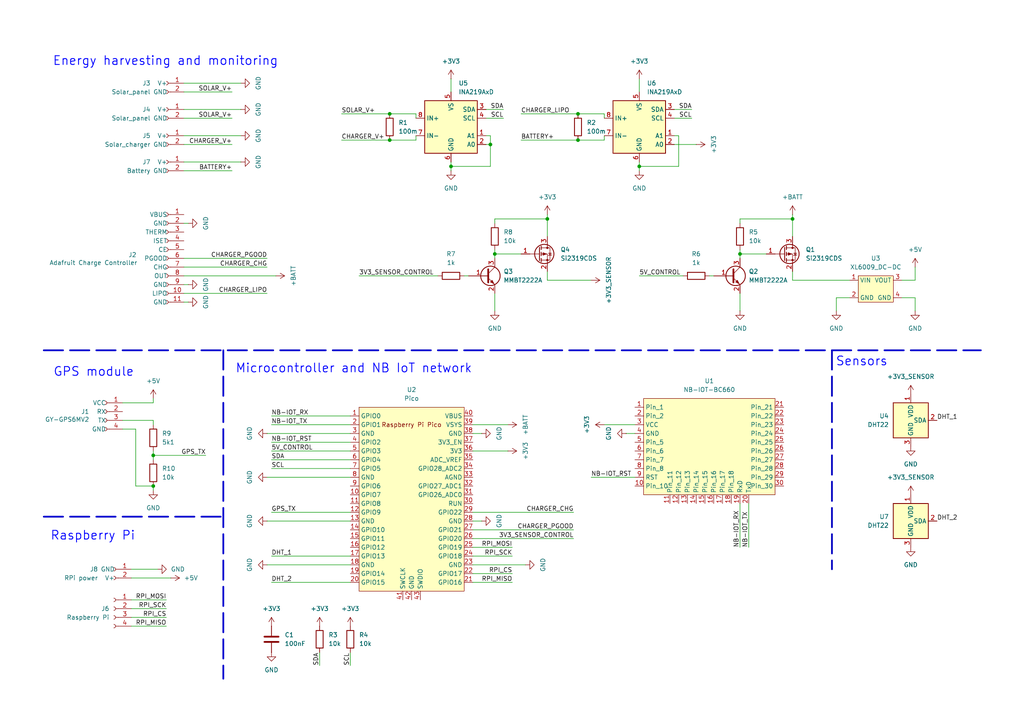
<source format=kicad_sch>
(kicad_sch (version 20231120) (generator "eeschema") (generator_version "8.0")
  (paper "A4")
  (title_block (title "Data Collector Controller") (rev "1.0") (company "Mau & Botond"))
  (lib_symbols
    (symbol "Conn_01x02_Socket_1" (pin_names (offset 1.016))
      (property "Reference" "J8" (at 4.572 0 0))
      (property "Value" "RPi power" (at 4.572 -2.54 0))
      (symbol "Conn_01x02_Socket_1_1_1"
        (arc (start 0 -2.032) (mid -0.5058 -2.54) (end 0 -3.048) (stroke (width 0.1524)))
        (polyline (pts (xy -1.27 -2.54) (xy -0.508 -2.54)) (stroke (width 0.1524)))
        (polyline (pts (xy -1.27 0) (xy -0.508 0)) (stroke (width 0.1524)))
        (arc (start 0 0.508) (mid -0.5058 0) (end 0 -0.508) (stroke (width 0.1524)))
        (pin passive line (at -5.08 0 0) (length 3.81) (name "GND") (number "1"))
        (pin passive line (at -5.08 -2.54 0) (length 3.81) (name "V+") (number "2"))
      )
    )
    (symbol "Conn_01x04_Socket_1" (pin_names (offset 1.016) hide)
      (property "Reference" "J" (at 0 5.08 0))
      (property "Value" "Conn_01x04_Socket" (at 0 -7.62 0))
      (symbol "Conn_01x04_Socket_1_1_1"
        (arc (start 0 -4.572) (mid -0.5058 -5.08) (end 0 -5.588) (stroke (width 0.1524)))
        (arc (start 0 -2.032) (mid -0.5058 -2.54) (end 0 -3.048) (stroke (width 0.1524)))
        (polyline (pts (xy -1.27 -5.08) (xy -0.508 -5.08)) (stroke (width 0.1524)))
        (polyline (pts (xy -1.27 -2.54) (xy -0.508 -2.54)) (stroke (width 0.1524)))
        (polyline (pts (xy -1.27 0) (xy -0.508 0)) (stroke (width 0.1524)))
        (polyline (pts (xy -1.27 2.54) (xy -0.508 2.54)) (stroke (width 0.1524)))
        (arc (start 0 0.508) (mid -0.5058 0) (end 0 -0.508) (stroke (width 0.1524)))
        (arc (start 0 3.048) (mid -0.5058 2.54) (end 0 2.032) (stroke (width 0.1524)))
        (pin passive line (at -5.08 2.54 0) (length 3.81) (name "Pin_1") (number "1"))
        (pin passive line (at -5.08 0 0) (length 3.81) (name "Pin_2") (number "2"))
        (pin passive line (at -5.08 -2.54 0) (length 3.81) (name "Pin_3") (number "3"))
        (pin passive line (at -5.08 -5.08 0) (length 3.81) (name "Pin_4") (number "4"))
      )
    )
    (symbol "Connector:Conn_01x02_Socket" (pin_names (offset 1.016))
      (property "Reference" "J3" (at 1.27 0.0001 0))
      (property "Value" "Solar_panel" (at 1.27 -2.5399 0))
      (symbol "Conn_01x02_Socket_1_1"
        (arc (start 0 -2.032) (mid -0.5058 -2.54) (end 0 -3.048) (stroke (width 0.1524)))
        (polyline (pts (xy -1.27 -2.54) (xy -0.508 -2.54)) (stroke (width 0.1524)))
        (polyline (pts (xy -1.27 0) (xy -0.508 0)) (stroke (width 0.1524)))
        (arc (start 0 0.508) (mid -0.5058 0) (end 0 -0.508) (stroke (width 0.1524)))
        (pin passive line (at -5.08 0 0) (length 3.81) (name "V+") (number "1"))
        (pin passive line (at -5.08 -2.54 0) (length 3.81) (name "GND") (number "2"))
      )
    )
    (symbol "Connector:Conn_01x04_Socket" (pin_names (offset 1.016))
      (property "Reference" "J1" (at 4.572 0 0))
      (property "Value" "Conn_01x04_Socket" (at 4.572 -2.286 0))
      (symbol "Conn_01x04_Socket_1_1"
        (arc (start 0 -4.572) (mid -0.5058 -5.08) (end 0 -5.588) (stroke (width 0.1524)))
        (arc (start 0 -2.032) (mid -0.5058 -2.54) (end 0 -3.048) (stroke (width 0.1524)))
        (polyline (pts (xy -1.27 -5.08) (xy -0.508 -5.08)) (stroke (width 0.1524)))
        (polyline (pts (xy -1.27 -2.54) (xy -0.508 -2.54)) (stroke (width 0.1524)))
        (polyline (pts (xy -1.27 0) (xy -0.508 0)) (stroke (width 0.1524)))
        (polyline (pts (xy -1.27 2.54) (xy -0.508 2.54)) (stroke (width 0.1524)))
        (arc (start 0 0.508) (mid -0.5058 0) (end 0 -0.508) (stroke (width 0.1524)))
        (arc (start 0 3.048) (mid -0.5058 2.54) (end 0 2.032) (stroke (width 0.1524)))
        (pin passive line (at -5.08 2.54 0) (length 3.81) (name "VCC") (number "1"))
        (pin passive line (at -5.08 0 0) (length 3.81) (name "RX") (number "2"))
        (pin passive line (at -5.08 -2.54 0) (length 3.81) (name "TX") (number "3"))
        (pin passive line (at -5.08 -5.08 0) (length 3.81) (name "GND") (number "4"))
      )
    )
    (symbol "Connector:Conn_01x11_Socket" (pin_names (offset 1.016))
      (property "Reference" "J2" (at 8.636 1.016 0))
      (property "Value" "Conn_01x11_Socket" (at 8.382 -1.27 0))
      (symbol "Conn_01x11_Socket_1_1"
        (arc (start 0 -12.192) (mid -0.5058 -12.7) (end 0 -13.208) (stroke (width 0.1524)))
        (arc (start 0 -9.652) (mid -0.5058 -10.16) (end 0 -10.668) (stroke (width 0.1524)))
        (arc (start 0 -7.112) (mid -0.5058 -7.62) (end 0 -8.128) (stroke (width 0.1524)))
        (arc (start 0 -4.572) (mid -0.5058 -5.08) (end 0 -5.588) (stroke (width 0.1524)))
        (arc (start 0 -2.032) (mid -0.5058 -2.54) (end 0 -3.048) (stroke (width 0.1524)))
        (polyline (pts (xy -1.27 -12.7) (xy -0.508 -12.7)) (stroke (width 0.1524)))
        (polyline (pts (xy -1.27 -10.16) (xy -0.508 -10.16)) (stroke (width 0.1524)))
        (polyline (pts (xy -1.27 -7.62) (xy -0.508 -7.62)) (stroke (width 0.1524)))
        (polyline (pts (xy -1.27 -5.08) (xy -0.508 -5.08)) (stroke (width 0.1524)))
        (polyline (pts (xy -1.27 -2.54) (xy -0.508 -2.54)) (stroke (width 0.1524)))
        (polyline (pts (xy -1.27 0) (xy -0.508 0)) (stroke (width 0.1524)))
        (polyline (pts (xy -1.27 2.54) (xy -0.508 2.54)) (stroke (width 0.1524)))
        (polyline (pts (xy -1.27 5.08) (xy -0.508 5.08)) (stroke (width 0.1524)))
        (polyline (pts (xy -1.27 7.62) (xy -0.508 7.62)) (stroke (width 0.1524)))
        (polyline (pts (xy -1.27 10.16) (xy -0.508 10.16)) (stroke (width 0.1524)))
        (polyline (pts (xy -1.27 12.7) (xy -0.508 12.7)) (stroke (width 0.1524)))
        (arc (start 0 0.508) (mid -0.5058 0) (end 0 -0.508) (stroke (width 0.1524)))
        (arc (start 0 3.048) (mid -0.5058 2.54) (end 0 2.032) (stroke (width 0.1524)))
        (arc (start 0 5.588) (mid -0.5058 5.08) (end 0 4.572) (stroke (width 0.1524)))
        (arc (start 0 8.128) (mid -0.5058 7.62) (end 0 7.112) (stroke (width 0.1524)))
        (arc (start 0 10.668) (mid -0.5058 10.16) (end 0 9.652) (stroke (width 0.1524)))
        (arc (start 0 13.208) (mid -0.5058 12.7) (end 0 12.192) (stroke (width 0.1524)))
        (pin passive line (at -5.08 12.7 0) (length 3.81) (name "VBUS") (number "1"))
        (pin passive line (at -5.08 -10.16 0) (length 3.81) (name "LIPO") (number "10"))
        (pin passive line (at -5.08 -12.7 0) (length 3.81) (name "GND") (number "11"))
        (pin passive line (at -5.08 10.16 0) (length 3.81) (name "GND") (number "2"))
        (pin passive line (at -5.08 7.62 0) (length 3.81) (name "THERM") (number "3"))
        (pin passive line (at -5.08 5.08 0) (length 3.81) (name "ISET") (number "4"))
        (pin passive line (at -5.08 2.54 0) (length 3.81) (name "CE") (number "5"))
        (pin passive line (at -5.08 0 0) (length 3.81) (name "PGOOD") (number "6"))
        (pin passive line (at -5.08 -2.54 0) (length 3.81) (name "CHG") (number "7"))
        (pin passive line (at -5.08 -5.08 0) (length 3.81) (name "OUT") (number "8"))
        (pin passive line (at -5.08 -7.62 0) (length 3.81) (name "GND") (number "9"))
      )
    )
    (symbol "Custom_Components:BC660_Olimex_module"
      (property "Reference" "U" (at 0 0 0))
      (property "Value" "NB-IOT-BC660" (at 0 -2.794 0))
      (symbol "BC660_Olimex_module_1_1"
        (rectangle (start -19.05 13.97) (end 19.05 -13.97) (fill (type background)))
        (pin input line (at -21.59 11.43 0) (length 2.54) (name "Pin_1") (number "1"))
        (pin input line (at -21.59 -11.43 0) (length 2.54) (name "Pin_10") (number "10"))
        (pin input line (at -11.43 -16.51 90) (length 2.54) (name "Pin_11") (number "11"))
        (pin input line (at -8.89 -16.51 90) (length 2.54) (name "Pin_12") (number "12"))
        (pin input line (at -6.35 -16.51 90) (length 2.54) (name "Pin_13") (number "13"))
        (pin input line (at -3.81 -16.51 90) (length 2.54) (name "Pin_14") (number "14"))
        (pin input line (at -1.27 -16.51 90) (length 2.54) (name "Pin_15") (number "15"))
        (pin input line (at 1.27 -16.51 90) (length 2.54) (name "Pin_16") (number "16"))
        (pin input line (at 3.81 -16.51 90) (length 2.54) (name "Pin_17") (number "17"))
        (pin input line (at 6.35 -16.51 90) (length 2.54) (name "Pin_18") (number "18"))
        (pin input line (at 8.89 -16.51 90) (length 2.54) (name "RxD") (number "19"))
        (pin input line (at -21.59 8.89 0) (length 2.54) (name "Pin_2") (number "2"))
        (pin output line (at 11.43 -16.51 90) (length 2.54) (name "TxD") (number "20"))
        (pin input line (at 21.59 11.43 180) (length 2.54) (name "Pin_21") (number "21"))
        (pin input line (at 21.59 8.89 180) (length 2.54) (name "Pin_22") (number "22"))
        (pin input line (at 21.59 6.35 180) (length 2.54) (name "Pin_23") (number "23"))
        (pin input line (at 21.59 3.81 180) (length 2.54) (name "Pin_24") (number "24"))
        (pin input line (at 21.59 1.27 180) (length 2.54) (name "Pin_25") (number "25"))
        (pin input line (at 21.59 -1.27 180) (length 2.54) (name "Pin_26") (number "26"))
        (pin input line (at 21.59 -3.81 180) (length 2.54) (name "Pin_27") (number "27"))
        (pin input line (at 21.59 -6.35 180) (length 2.54) (name "Pin_28") (number "28"))
        (pin input line (at 21.59 -8.89 180) (length 2.54) (name "Pin_29") (number "29"))
        (pin power_in line (at -21.59 6.35 0) (length 2.54) (name "VCC") (number "3"))
        (pin input line (at 21.59 -11.43 180) (length 2.54) (name "Pin_30") (number "30"))
        (pin power_in line (at -21.59 3.81 0) (length 2.54) (name "GND") (number "4"))
        (pin input line (at -21.59 1.27 0) (length 2.54) (name "Pin_5") (number "5"))
        (pin input line (at -21.59 -1.27 0) (length 2.54) (name "Pin_6") (number "6"))
        (pin input line (at -21.59 -3.81 0) (length 2.54) (name "Pin_7") (number "7"))
        (pin input line (at -21.59 -6.35 0) (length 2.54) (name "Pin_8") (number "8"))
        (pin input line (at -21.59 -8.89 0) (length 2.54) (name "RST") (number "9"))
      )
    )
    (symbol "Custom_Components:XL6009_DC-DC"
      (property "Reference" "U" (at 0 0 0))
      (property "Value" "XL6009_DC-DC" (at 0 0 0))
      (symbol "XL6009_DC-DC_1_1"
        (rectangle (start -5.08 3.81) (end 5.08 -3.81) (fill (type background)))
        (pin power_in line (at -7.62 2.54 0) (length 2.54) (name "VIN") (number "1"))
        (pin power_in line (at -7.62 -2.54 0) (length 2.54) (name "GND") (number "2"))
        (pin power_out line (at 7.62 2.54 180) (length 2.54) (name "VOUT") (number "3"))
        (pin power_out line (at 7.62 -2.54 180) (length 2.54) (name "GND") (number "4"))
      )
    )
    (symbol "Device:C" (pin_numbers hide) (pin_names (offset 0.254))
      (property "Reference" "C" (at 0.635 2.54 0))
      (property "Value" "C" (at 0.635 -2.54 0))
      (symbol "C_0_1"
        (polyline (pts (xy -2.032 -0.762) (xy 2.032 -0.762)) (stroke (width 0.508)))
        (polyline (pts (xy -2.032 0.762) (xy 2.032 0.762)) (stroke (width 0.508)))
      )
      (symbol "C_1_1"
        (pin passive line (at 0 3.81 270) (length 2.794) (name "~") (number "1"))
        (pin passive line (at 0 -3.81 90) (length 2.794) (name "~") (number "2"))
      )
    )
    (symbol "Device:R" (pin_numbers hide) (pin_names (offset 0))
      (property "Reference" "R" (at 2.032 0 90))
      (property "Value" "R" (at 0 0 90))
      (symbol "R_0_1"
        (rectangle (start -1.016 -2.54) (end 1.016 2.54) (stroke (width 0.254)))
      )
      (symbol "R_1_1"
        (pin passive line (at 0 3.81 270) (length 1.27) (name "~") (number "1"))
        (pin passive line (at 0 -3.81 90) (length 1.27) (name "~") (number "2"))
      )
    )
    (symbol "MCU_RaspberryPi_and_Boards:Pico"
      (property "Reference" "U" (at -13.97 27.94 0))
      (property "Value" "Pico" (at 0 19.05 0))
      (symbol "Pico_0_0"
        (text "Raspberry Pi Pico" (at 0 21.59 0) (effects (font (size 1.27 1.27))))
      )
      (symbol "Pico_0_1"
        (rectangle (start -15.24 26.67) (end 15.24 -26.67) (fill (type background)))
      )
      (symbol "Pico_1_1"
        (pin bidirectional line (at -17.78 24.13 0) (length 2.54) (name "GPIO0") (number "1"))
        (pin bidirectional line (at -17.78 1.27 0) (length 2.54) (name "GPIO7") (number "10"))
        (pin bidirectional line (at -17.78 -1.27 0) (length 2.54) (name "GPIO8") (number "11"))
        (pin bidirectional line (at -17.78 -3.81 0) (length 2.54) (name "GPIO9") (number "12"))
        (pin power_in line (at -17.78 -6.35 0) (length 2.54) (name "GND") (number "13"))
        (pin bidirectional line (at -17.78 -8.89 0) (length 2.54) (name "GPIO10") (number "14"))
        (pin bidirectional line (at -17.78 -11.43 0) (length 2.54) (name "GPIO11") (number "15"))
        (pin bidirectional line (at -17.78 -13.97 0) (length 2.54) (name "GPIO12") (number "16"))
        (pin bidirectional line (at -17.78 -16.51 0) (length 2.54) (name "GPIO13") (number "17"))
        (pin power_in line (at -17.78 -19.05 0) (length 2.54) (name "GND") (number "18"))
        (pin bidirectional line (at -17.78 -21.59 0) (length 2.54) (name "GPIO14") (number "19"))
        (pin bidirectional line (at -17.78 21.59 0) (length 2.54) (name "GPIO1") (number "2"))
        (pin bidirectional line (at -17.78 -24.13 0) (length 2.54) (name "GPIO15") (number "20"))
        (pin bidirectional line (at 17.78 -24.13 180) (length 2.54) (name "GPIO16") (number "21"))
        (pin bidirectional line (at 17.78 -21.59 180) (length 2.54) (name "GPIO17") (number "22"))
        (pin power_in line (at 17.78 -19.05 180) (length 2.54) (name "GND") (number "23"))
        (pin bidirectional line (at 17.78 -16.51 180) (length 2.54) (name "GPIO18") (number "24"))
        (pin bidirectional line (at 17.78 -13.97 180) (length 2.54) (name "GPIO19") (number "25"))
        (pin bidirectional line (at 17.78 -11.43 180) (length 2.54) (name "GPIO20") (number "26"))
        (pin bidirectional line (at 17.78 -8.89 180) (length 2.54) (name "GPIO21") (number "27"))
        (pin power_in line (at 17.78 -6.35 180) (length 2.54) (name "GND") (number "28"))
        (pin bidirectional line (at 17.78 -3.81 180) (length 2.54) (name "GPIO22") (number "29"))
        (pin power_in line (at -17.78 19.05 0) (length 2.54) (name "GND") (number "3"))
        (pin input line (at 17.78 -1.27 180) (length 2.54) (name "RUN") (number "30"))
        (pin bidirectional line (at 17.78 1.27 180) (length 2.54) (name "GPIO26_ADC0") (number "31"))
        (pin bidirectional line (at 17.78 3.81 180) (length 2.54) (name "GPIO27_ADC1") (number "32"))
        (pin power_in line (at 17.78 6.35 180) (length 2.54) (name "AGND") (number "33"))
        (pin bidirectional line (at 17.78 8.89 180) (length 2.54) (name "GPIO28_ADC2") (number "34"))
        (pin power_in line (at 17.78 11.43 180) (length 2.54) (name "ADC_VREF") (number "35"))
        (pin power_in line (at 17.78 13.97 180) (length 2.54) (name "3V3") (number "36"))
        (pin input line (at 17.78 16.51 180) (length 2.54) (name "3V3_EN") (number "37"))
        (pin bidirectional line (at 17.78 19.05 180) (length 2.54) (name "GND") (number "38"))
        (pin power_in line (at 17.78 21.59 180) (length 2.54) (name "VSYS") (number "39"))
        (pin bidirectional line (at -17.78 16.51 0) (length 2.54) (name "GPIO2") (number "4"))
        (pin power_in line (at 17.78 24.13 180) (length 2.54) (name "VBUS") (number "40"))
        (pin input line (at -2.54 -29.21 90) (length 2.54) (name "SWCLK") (number "41"))
        (pin power_in line (at 0 -29.21 90) (length 2.54) (name "GND") (number "42"))
        (pin bidirectional line (at 2.54 -29.21 90) (length 2.54) (name "SWDIO") (number "43"))
        (pin bidirectional line (at -17.78 13.97 0) (length 2.54) (name "GPIO3") (number "5"))
        (pin bidirectional line (at -17.78 11.43 0) (length 2.54) (name "GPIO4") (number "6"))
        (pin bidirectional line (at -17.78 8.89 0) (length 2.54) (name "GPIO5") (number "7"))
        (pin power_in line (at -17.78 6.35 0) (length 2.54) (name "GND") (number "8"))
        (pin bidirectional line (at -17.78 3.81 0) (length 2.54) (name "GPIO6") (number "9"))
      )
    )
    (symbol "Sensor:AM2302"
      (property "Reference" "U" (at -3.81 6.35 0))
      (property "Value" "AM2302" (at 3.81 6.35 0))
      (symbol "AM2302_0_1"
        (rectangle (start -5.08 5.08) (end 5.08 -5.08) (stroke (width 0.254)) (fill (type background)))
      )
      (symbol "AM2302_1_1"
        (pin power_in line (at 0 7.62 270) (length 2.54) (name "VDD") (number "1"))
        (pin bidirectional line (at 7.62 0 180) (length 2.54) (name "SDA") (number "2"))
        (pin power_in line (at 0 -7.62 90) (length 2.54) (name "GND") (number "3"))
        (pin passive line (at 0 -7.62 90) (length 2.54) hide (name "GND") (number "4"))
      )
    )
    (symbol "Sensor_Energy:INA219AxD"
      (property "Reference" "U" (at -6.35 8.89 0))
      (property "Value" "INA219AxD" (at 5.08 8.89 0))
      (symbol "INA219AxD_0_1"
        (rectangle (start -7.62 7.62) (end 7.62 -7.62) (stroke (width 0.254)) (fill (type background)))
      )
      (symbol "INA219AxD_1_1"
        (pin input line (at 10.16 -2.54 180) (length 2.54) (name "A1") (number "1"))
        (pin input line (at 10.16 -5.08 180) (length 2.54) (name "A0") (number "2"))
        (pin bidirectional line (at 10.16 5.08 180) (length 2.54) (name "SDA") (number "3"))
        (pin input line (at 10.16 2.54 180) (length 2.54) (name "SCL") (number "4"))
        (pin power_in line (at 0 10.16 270) (length 2.54) (name "VS") (number "5"))
        (pin power_in line (at 0 -10.16 90) (length 2.54) (name "GND") (number "6"))
        (pin input line (at -10.16 -2.54 0) (length 2.54) (name "IN-") (number "7"))
        (pin input line (at -10.16 2.54 0) (length 2.54) (name "IN+") (number "8"))
      )
    )
    (symbol "Transistor_BJT:MMBT2222A" (pin_names (offset 0) hide)
      (property "Reference" "Q" (at 5.08 1.905 0))
      (property "Value" "MMBT2222A" (at 5.08 0 0))
      (symbol "MMBT2222A_0_1"
        (polyline (pts (xy 0.635 0.635) (xy 2.54 2.54)))
        (polyline (pts (xy 0.635 -0.635) (xy 2.54 -2.54) (xy 2.54 -2.54)))
        (polyline (pts (xy 0.635 1.905) (xy 0.635 -1.905) (xy 0.635 -1.905)) (stroke (width 0.508)))
        (polyline (pts (xy 1.27 -1.778) (xy 1.778 -1.27) (xy 2.286 -2.286) (xy 1.27 -1.778) (xy 1.27 -1.778)) (fill (type outline)))
        (circle (center 1.27 0) (radius 2.8194) (stroke (width 0.254)))
      )
      (symbol "MMBT2222A_1_1"
        (pin input line (at -5.08 0 0) (length 5.715) (name "B") (number "1"))
        (pin passive line (at 2.54 -5.08 90) (length 2.54) (name "E") (number "2"))
        (pin passive line (at 2.54 5.08 270) (length 2.54) (name "C") (number "3"))
      )
    )
    (symbol "Transistor_FET:Si2319CDS" (pin_names hide)
      (property "Reference" "Q" (at 5.08 1.905 0))
      (property "Value" "Si2319CDS" (at 5.08 0 0))
      (symbol "Si2319CDS_0_1"
        (polyline (pts (xy 0.254 0) (xy -2.54 0)))
        (polyline (pts (xy 0.254 1.905) (xy 0.254 -1.905)) (stroke (width 0.254)))
        (polyline (pts (xy 0.762 -1.27) (xy 0.762 -2.286)) (stroke (width 0.254)))
        (polyline (pts (xy 0.762 0.508) (xy 0.762 -0.508)) (stroke (width 0.254)))
        (polyline (pts (xy 0.762 2.286) (xy 0.762 1.27)) (stroke (width 0.254)))
        (polyline (pts (xy 2.54 2.54) (xy 2.54 1.778)))
        (polyline (pts (xy 2.54 -2.54) (xy 2.54 0) (xy 0.762 0)))
        (polyline (pts (xy 0.762 1.778) (xy 3.302 1.778) (xy 3.302 -1.778) (xy 0.762 -1.778)))
        (polyline (pts (xy 2.286 0) (xy 1.27 0.381) (xy 1.27 -0.381) (xy 2.286 0)) (fill (type outline)))
        (polyline (pts (xy 2.794 -0.508) (xy 2.921 -0.381) (xy 3.683 -0.381) (xy 3.81 -0.254)))
        (polyline (pts (xy 3.302 -0.381) (xy 2.921 0.254) (xy 3.683 0.254) (xy 3.302 -0.381)))
        (circle (center 1.651 0) (radius 2.794) (stroke (width 0.254)))
        (circle (center 2.54 -1.778) (radius 0.254) (fill (type outline)))
        (circle (center 2.54 1.778) (radius 0.254) (fill (type outline)))
      )
      (symbol "Si2319CDS_1_1"
        (pin input line (at -5.08 0 0) (length 2.54) (name "G") (number "1"))
        (pin passive line (at 2.54 -5.08 90) (length 2.54) (name "S") (number "2"))
        (pin passive line (at 2.54 5.08 270) (length 2.54) (name "D") (number "3"))
      )
    )
    (symbol "power:+3V3" (power) (pin_numbers hide) (pin_names (offset 0) hide)
      (property "Value" "+3V3" (at 0 3.556 0))
      (symbol "+3V3_0_1"
        (polyline (pts (xy -0.762 1.27) (xy 0 2.54)))
        (polyline (pts (xy 0 0) (xy 0 2.54)))
        (polyline (pts (xy 0 2.54) (xy 0.762 1.27)))
      )
      (symbol "+3V3_1_1"
        (pin power_in line (at 0 0 90) (length 0) (name "~") (number "1"))
      )
    )
    (symbol "power:+5V" (power) (pin_numbers hide) (pin_names (offset 0) hide)
      (property "Value" "+5V" (at 0 3.556 0))
      (symbol "+5V_0_1"
        (polyline (pts (xy -0.762 1.27) (xy 0 2.54)))
        (polyline (pts (xy 0 0) (xy 0 2.54)))
        (polyline (pts (xy 0 2.54) (xy 0.762 1.27)))
      )
      (symbol "+5V_1_1"
        (pin power_in line (at 0 0 90) (length 0) (name "~") (number "1"))
      )
    )
    (symbol "power:+BATT" (power) (pin_numbers hide) (pin_names (offset 0) hide)
      (property "Value" "+BATT" (at 0 3.556 0))
      (symbol "+BATT_0_1"
        (polyline (pts (xy -0.762 1.27) (xy 0 2.54)))
        (polyline (pts (xy 0 0) (xy 0 2.54)))
        (polyline (pts (xy 0 2.54) (xy 0.762 1.27)))
      )
      (symbol "+BATT_1_1"
        (pin power_in line (at 0 0 90) (length 0) (name "~") (number "1"))
      )
    )
    (symbol "power:GND" (power) (pin_numbers hide) (pin_names (offset 0) hide)
      (property "Value" "GND" (at 0 -3.81 0))
      (symbol "GND_0_1"
        (polyline (pts (xy 0 0) (xy 0 -1.27) (xy 1.27 -1.27) (xy 0 -2.54) (xy -1.27 -1.27) (xy 0 -1.27)))
      )
      (symbol "GND_1_1"
        (pin power_in line (at 0 0 270) (length 0) (name "~") (number "1"))
      )
    )
  )
  (junction (at 130.81 48.26))
  (junction (at 167.64 33.02))
  (junction (at 229.87 63.5))
  (junction (at 113.03 40.64))
  (junction (at 167.64 40.64))
  (junction (at 44.45 132.08))
  (junction (at 44.45 140.97))
  (junction (at 214.63 73.66))
  (junction (at 143.51 73.66))
  (junction (at 142.24 41.91))
  (junction (at 185.42 48.26))
  (junction (at 113.03 33.02))
  (junction (at 158.75 63.5))
  (wire (pts (xy 195.58 39.37) (xy 196.85 39.37)))
  (wire (pts (xy 38.1 167.64) (xy 49.53 167.64)))
  (wire (pts (xy 137.16 123.19) (xy 147.32 123.19)))
  (wire (pts (xy 44.45 132.08) (xy 59.69 132.08)))
  (wire (pts (xy 99.06 33.02) (xy 113.03 33.02)))
  (wire (pts (xy 265.43 81.28) (xy 265.43 77.47)))
  (wire (pts (xy 120.65 34.29) (xy 120.65 33.02)))
  (wire (pts (xy 151.13 33.02) (xy 167.64 33.02)))
  (wire (pts (xy 214.63 63.5) (xy 229.87 63.5)))
  (wire (pts (xy 44.45 121.92) (xy 44.45 123.19)))
  (wire (pts (xy 69.85 46.99) (xy 53.34 46.99)))
  (wire (pts (xy 229.87 62.23) (xy 229.87 63.5)))
  (wire (pts (xy 77.47 151.13) (xy 101.6 151.13)))
  (wire (pts (xy 137.16 148.59) (xy 166.37 148.59)))
  (wire (pts (xy 78.74 135.89) (xy 101.6 135.89)))
  (wire (pts (xy 104.14 80.01) (xy 127 80.01)))
  (wire (pts (xy 195.58 41.91) (xy 201.93 41.91)))
  (wire (pts (xy 35.56 124.46) (xy 39.37 124.46)))
  (wire (pts (xy 175.26 40.64) (xy 175.26 39.37)))
  (wire (pts (xy 207.01 80.01) (xy 205.74 80.01)))
  (wire (pts (xy 44.45 130.81) (xy 44.45 132.08)))
  (wire (pts (xy 113.03 40.64) (xy 120.65 40.64)))
  (wire (pts (xy 175.26 34.29) (xy 175.26 33.02)))
  (wire (pts (xy 53.34 34.29) (xy 67.31 34.29)))
  (wire (pts (xy 185.42 46.99) (xy 185.42 48.26)))
  (wire (pts (xy 53.34 85.09) (xy 77.47 85.09)))
  (wire (pts (xy 53.34 80.01) (xy 80.01 80.01)))
  (wire (pts (xy 214.63 85.09) (xy 214.63 90.17)))
  (wire (pts (xy 130.81 46.99) (xy 130.81 48.26)))
  (wire (pts (xy 39.37 140.97) (xy 44.45 140.97)))
  (wire (pts (xy 200.66 31.75) (xy 195.58 31.75)))
  (wire (pts (xy 143.51 73.66) (xy 151.13 73.66)))
  (wire (pts (xy 196.85 48.26) (xy 185.42 48.26)))
  (wire (pts (xy 137.16 156.21) (xy 166.37 156.21)))
  (wire (pts (xy 130.81 48.26) (xy 130.81 49.53)))
  (wire (pts (xy 35.56 121.92) (xy 44.45 121.92)))
  (polyline (pts (xy 64.77 101.6) (xy 64.77 196.85)) (stroke (width 0.508) (type dash)))
  (wire (pts (xy 44.45 115.57) (xy 44.45 116.84)))
  (wire (pts (xy 53.34 77.47) (xy 77.47 77.47)))
  (wire (pts (xy 44.45 116.84) (xy 35.56 116.84)))
  (wire (pts (xy 242.57 90.17) (xy 242.57 86.36)))
  (wire (pts (xy 137.16 151.13) (xy 139.7 151.13)))
  (wire (pts (xy 167.64 33.02) (xy 175.26 33.02)))
  (wire (pts (xy 142.24 48.26) (xy 130.81 48.26)))
  (wire (pts (xy 140.97 41.91) (xy 142.24 41.91)))
  (wire (pts (xy 78.74 128.27) (xy 101.6 128.27)))
  (wire (pts (xy 158.75 62.23) (xy 158.75 63.5)))
  (wire (pts (xy 69.85 24.13) (xy 53.34 24.13)))
  (wire (pts (xy 148.59 161.29) (xy 137.16 161.29)))
  (wire (pts (xy 261.62 86.36) (xy 265.43 86.36)))
  (wire (pts (xy 143.51 90.17) (xy 143.51 85.09)))
  (wire (pts (xy 158.75 63.5) (xy 143.51 63.5)))
  (polyline (pts (xy 12.7 101.6) (xy 284.48 101.6)) (stroke (width 0.508) (type dash)))
  (wire (pts (xy 148.59 166.37) (xy 137.16 166.37)))
  (wire (pts (xy 143.51 73.66) (xy 143.51 74.93)))
  (wire (pts (xy 242.57 86.36) (xy 246.38 86.36)))
  (wire (pts (xy 53.34 41.91) (xy 67.31 41.91)))
  (wire (pts (xy 77.47 125.73) (xy 101.6 125.73)))
  (wire (pts (xy 137.16 163.83) (xy 152.4 163.83)))
  (wire (pts (xy 78.74 120.65) (xy 101.6 120.65)))
  (wire (pts (xy 134.62 80.01) (xy 135.89 80.01)))
  (wire (pts (xy 181.61 125.73) (xy 184.15 125.73)))
  (wire (pts (xy 53.34 26.67) (xy 67.31 26.67)))
  (wire (pts (xy 229.87 81.28) (xy 246.38 81.28)))
  (wire (pts (xy 137.16 153.67) (xy 166.37 153.67)))
  (wire (pts (xy 142.24 39.37) (xy 142.24 41.91)))
  (wire (pts (xy 143.51 63.5) (xy 143.51 64.77)))
  (wire (pts (xy 137.16 130.81) (xy 147.32 130.81)))
  (wire (pts (xy 48.26 179.07) (xy 38.1 179.07)))
  (wire (pts (xy 137.16 125.73) (xy 139.7 125.73)))
  (wire (pts (xy 38.1 165.1) (xy 45.72 165.1)))
  (wire (pts (xy 120.65 40.64) (xy 120.65 39.37)))
  (wire (pts (xy 196.85 39.37) (xy 196.85 48.26)))
  (wire (pts (xy 78.74 133.35) (xy 101.6 133.35)))
  (wire (pts (xy 185.42 48.26) (xy 185.42 49.53)))
  (wire (pts (xy 53.34 49.53) (xy 67.31 49.53)))
  (wire (pts (xy 69.85 31.75) (xy 53.34 31.75)))
  (wire (pts (xy 92.71 189.23) (xy 92.71 193.04)))
  (wire (pts (xy 229.87 63.5) (xy 229.87 68.58)))
  (wire (pts (xy 198.12 80.01) (xy 185.42 80.01)))
  (wire (pts (xy 77.47 138.43) (xy 101.6 138.43)))
  (wire (pts (xy 146.05 34.29) (xy 140.97 34.29)))
  (wire (pts (xy 54.61 87.63) (xy 53.34 87.63)))
  (polyline (pts (xy 241.3 101.6) (xy 241.3 165.1)) (stroke (width 0.508) (type dash)))
  (wire (pts (xy 69.85 39.37) (xy 53.34 39.37)))
  (wire (pts (xy 53.34 74.93) (xy 77.47 74.93)))
  (wire (pts (xy 54.61 82.55) (xy 53.34 82.55)))
  (wire (pts (xy 44.45 132.08) (xy 44.45 133.35)))
  (wire (pts (xy 217.17 146.05) (xy 217.17 158.75)))
  (wire (pts (xy 158.75 81.28) (xy 171.45 81.28)))
  (wire (pts (xy 78.74 161.29) (xy 101.6 161.29)))
  (wire (pts (xy 99.06 40.64) (xy 113.03 40.64)))
  (wire (pts (xy 148.59 168.91) (xy 137.16 168.91)))
  (wire (pts (xy 175.26 123.19) (xy 184.15 123.19)))
  (wire (pts (xy 78.74 130.81) (xy 101.6 130.81)))
  (polyline (pts (xy 12.7 149.86) (xy 64.77 149.86)) (stroke (width 0.508) (type dash)))
  (wire (pts (xy 185.42 22.86) (xy 185.42 26.67)))
  (wire (pts (xy 214.63 63.5) (xy 214.63 64.77)))
  (wire (pts (xy 143.51 72.39) (xy 143.51 73.66)))
  (wire (pts (xy 214.63 74.93) (xy 214.63 73.66)))
  (wire (pts (xy 146.05 31.75) (xy 140.97 31.75)))
  (wire (pts (xy 158.75 63.5) (xy 158.75 68.58)))
  (wire (pts (xy 48.26 181.61) (xy 38.1 181.61)))
  (wire (pts (xy 265.43 86.36) (xy 265.43 90.17)))
  (wire (pts (xy 78.74 148.59) (xy 101.6 148.59)))
  (wire (pts (xy 167.64 40.64) (xy 175.26 40.64)))
  (wire (pts (xy 140.97 39.37) (xy 142.24 39.37)))
  (wire (pts (xy 78.74 168.91) (xy 101.6 168.91)))
  (wire (pts (xy 113.03 33.02) (xy 120.65 33.02)))
  (wire (pts (xy 48.26 173.99) (xy 38.1 173.99)))
  (wire (pts (xy 261.62 81.28) (xy 265.43 81.28)))
  (wire (pts (xy 39.37 124.46) (xy 39.37 140.97)))
  (wire (pts (xy 130.81 26.67) (xy 130.81 22.86)))
  (wire (pts (xy 158.75 81.28) (xy 158.75 78.74)))
  (wire (pts (xy 214.63 73.66) (xy 222.25 73.66)))
  (wire (pts (xy 101.6 189.23) (xy 101.6 193.04)))
  (wire (pts (xy 53.34 64.77) (xy 54.61 64.77)))
  (wire (pts (xy 78.74 123.19) (xy 101.6 123.19)))
  (wire (pts (xy 171.45 138.43) (xy 184.15 138.43)))
  (wire (pts (xy 214.63 146.05) (xy 214.63 158.75)))
  (wire (pts (xy 44.45 140.97) (xy 44.45 142.24)))
  (wire (pts (xy 48.26 176.53) (xy 38.1 176.53)))
  (wire (pts (xy 151.13 40.64) (xy 167.64 40.64)))
  (wire (pts (xy 77.47 163.83) (xy 101.6 163.83)))
  (wire (pts (xy 148.59 158.75) (xy 137.16 158.75)))
  (wire (pts (xy 229.87 78.74) (xy 229.87 81.28)))
  (wire (pts (xy 200.66 34.29) (xy 195.58 34.29)))
  (wire (pts (xy 142.24 41.91) (xy 142.24 48.26)))
  (wire (pts (xy 214.63 72.39) (xy 214.63 73.66)))
  (text "Raspberry Pi" (at 26.924 155.448 0) (effects (font (size 2.54 2.54) (thickness 0.254) (bold yes))))
  (text "Microcontroller and NB IoT network" (at 102.616 106.934 0) (effects (font (size 2.54 2.54) (thickness 0.254) (bold yes))))
  (text "Sensors" (at 249.936 104.902 0) (effects (font (size 2.54 2.54) (thickness 0.254) (bold yes))))
  (text "GPS module" (at 27.178 107.95 0) (effects (font (size 2.54 2.54) (thickness 0.254) (bold yes))))
  (text "Energy harvesting and monitoring" (at 15.24 17.78 0) (effects (font (size 2.54 2.54) (thickness 0.254) (bold yes)) (justify left)))
  (label "GPS_TX" (at 78.74 148.59 0) (effects (font (thickness 0.1588))))
  (label "NB-IOT_RX" (at 78.74 120.65 0))
  (label "SCL" (at 200.66 34.29 180))
  (label "NB-IOT_RST" (at 171.45 138.43 0))
  (label "BATTERY+" (at 67.31 49.53 180))
  (label "DHT_2" (at 271.78 151.13 0))
  (label "SDA" (at 92.71 193.04 90))
  (label "DHT_2" (at 78.74 168.91 0))
  (label "SOLAR_V+" (at 67.31 26.67 180))
  (label "SCL" (at 146.05 34.29 180))
  (label "SOLAR_V+" (at 99.06 33.02 0))
  (label "RPI_MOSI" (at 48.26 173.99 180))
  (label "CHARGER_PGOOD" (at 166.37 153.67 180))
  (label "RPI_MISO" (at 148.59 168.91 180))
  (label "NB-IOT_TX" (at 217.17 158.75 90))
  (label "5V_CONTROL" (at 185.42 80.01 0))
  (label "RPI_MOSI" (at 148.59 158.75 180))
  (label "SDA" (at 78.74 133.35 0))
  (label "3V3_SENSOR_CONTROL" (at 166.37 156.21 180))
  (label "CHARGER_LIPO" (at 151.13 33.02 0))
  (label "SOLAR_V+" (at 67.31 34.29 180))
  (label "RPI_MISO" (at 48.26 181.61 180))
  (label "RPI_CS" (at 48.26 179.07 180))
  (label "CHARGER_CHG" (at 77.47 77.47 180))
  (label "SDA" (at 200.66 31.75 180))
  (label "CHARGER_CHG" (at 166.37 148.59 180))
  (label "5V_CONTROL" (at 78.74 130.81 0))
  (label "DHT_1" (at 78.74 161.29 0))
  (label "NB-IOT_RST" (at 78.74 128.27 0))
  (label "CHARGER_V+" (at 67.31 41.91 180))
  (label "SCL" (at 78.74 135.89 0))
  (label "RPI_SCK" (at 148.59 161.29 180))
  (label "SDA" (at 146.05 31.75 180))
  (label "SCL" (at 101.6 193.04 90))
  (label "RPI_SCK" (at 48.26 176.53 180))
  (label "NB-IOT_RX" (at 214.63 158.75 90))
  (label "DHT_1" (at 271.78 121.92 0))
  (label "RPI_CS" (at 148.59 166.37 180))
  (label "NB-IOT_TX" (at 78.74 123.19 0))
  (label "CHARGER_PGOOD" (at 77.47 74.93 180))
  (label "BATTERY+" (at 151.13 40.64 0))
  (label "3V3_SENSOR_CONTROL" (at 104.14 80.01 0))
  (label "CHARGER_LIPO" (at 77.47 85.09 180))
  (label "GPS_TX" (at 59.69 132.08 180))
  (label "CHARGER_V+" (at 99.06 40.64 0))
  (symbol (lib_id "Transistor_FET:Si2319CDS") (at 227.33 73.66 0) (unit 1)
    (property "Reference" "Q1" (at 233.68 72.3899 0) (effects (justify left)))
    (property "Value" "Si2319CDS" (at 233.68 74.9299 0) (effects (justify left)))
    (property "Footprint" "Package_TO_SOT_SMD:SOT-23" (effects (hide yes)))
    (property "Datasheet" "http://www.vishay.com/docs/66709/si2319cd.pdf" (effects (hide yes)))
    (property "Description" "-4.4A Id, -40V Vds, P-Channel MOSFET, SOT-23" (effects (hide yes)))
  )
  (symbol (lib_id "power:GND") (at 69.85 31.75 90) (unit 1)
    (property "Reference" "#PWR038" (effects (hide yes)))
    (property "Value" "GND" (at 74.93 31.75 0))
    (property "Description" "Power symbol creates a global label with name \"GND\" , ground" (effects (hide yes)))
  )
  (symbol (lib_id "power:+3V3") (at 78.74 181.61 0) (unit 1)
    (property "Reference" "#PWR030" (effects (hide yes)))
    (property "Value" "+3V3" (at 78.74 176.53 0))
    (property "Description" "Power symbol creates a global label with name \"+3V3\"" (effects (hide yes)))
  )
  (symbol (lib_id "Device:R") (at 167.64 36.83 0) (unit 1)
    (property "Reference" "R2" (at 170.18 35.5599 0) (effects (justify left)))
    (property "Value" "100m" (at 170.18 38.0999 0) (effects (justify left)))
    (property "Footprint" "Resistor_SMD:R_2512_6332Metric_Pad1.40x3.35mm_HandSolder" (effects (hide yes)))
    (property "Description" "Resistor" (effects (hide yes)))
  )
  (symbol (lib_id "power:+3V3") (at 264.16 114.3 0) (unit 1)
    (property "Reference" "#PWR018" (effects (hide yes)))
    (property "Value" "+3V3_SENSOR" (at 264.16 109.22 0))
    (property "Description" "Power symbol creates a global label with name \"+3V3\"" (effects (hide yes)))
  )
  (symbol (lib_id "Connector:Conn_01x02_Socket") (at 48.26 46.99 0) (mirror y) (unit 1)
    (property "Reference" "J7" (at 43.688 46.99 0) (effects (justify left)))
    (property "Value" "Battery" (at 43.688 49.53 0) (effects (justify left)))
    (property "Footprint" "Connector_PinSocket_2.54mm:PinSocket_1x02_P2.54mm_Vertical" (effects (hide yes)))
    (property "Description" "Generic connector, single row, 01x02, script generated" (effects (hide yes)))
  )
  (symbol (lib_id "Connector:Conn_01x04_Socket") (at 30.48 119.38 0) (mirror y) (unit 1)
    (property "Reference" "J1" (at 25.908 119.38 0) (effects (justify left)))
    (property "Value" "GY-GPS6MV2" (at 25.908 121.666 0) (effects (justify left)))
    (property "Footprint" "Connector_PinSocket_2.54mm:PinSocket_1x04_P2.54mm_Vertical" (effects (hide yes)))
    (property "Description" "Generic connector, single row, 01x04, script generated" (effects (hide yes)))
  )
  (symbol (lib_id "power:GND") (at 54.61 64.77 90) (unit 1)
    (property "Reference" "#PWR033" (effects (hide yes)))
    (property "Value" "GND" (at 59.69 64.77 0))
    (property "Description" "Power symbol creates a global label with name \"GND\" , ground" (effects (hide yes)))
  )
  (symbol (lib_id "Custom_Components:BC660_Olimex_module") (at 205.74 129.54 0) (unit 1)
    (property "Reference" "U1" (at 205.74 110.49 0))
    (property "Value" "NB-IOT-BC660" (at 205.74 113.03 0))
    (property "Footprint" "Custom_Components:NB-IOT-BC660" (effects (hide yes)))
  )
  (symbol (lib_id "power:GND") (at 77.47 125.73 270) (unit 1)
    (property "Reference" "#PWR029" (effects (hide yes)))
    (property "Value" "GND" (at 72.39 125.73 0))
    (property "Description" "Power symbol creates a global label with name \"GND\" , ground" (effects (hide yes)))
  )
  (symbol (lib_id "Device:R") (at 44.45 127 0) (unit 1)
    (property "Reference" "R9" (at 46.99 125.7299 0) (effects (justify left)))
    (property "Value" "5k1" (at 46.99 128.2699 0) (effects (justify left)))
    (property "Footprint" "Resistor_SMD:R_1206_3216Metric_Pad1.30x1.75mm_HandSolder" (effects (hide yes)))
    (property "Description" "Resistor" (effects (hide yes)))
  )
  (symbol (lib_id "power:+BATT") (at 229.87 62.23 0) (unit 1)
    (property "Reference" "#PWR05" (effects (hide yes)))
    (property "Value" "+BATT" (at 229.87 57.15 0))
    (property "Description" "Power symbol creates a global label with name \"+BATT\"" (effects (hide yes)))
  )
  (symbol (lib_id "power:+3V3") (at 171.45 81.28 270) (unit 1)
    (property "Reference" "#PWR017" (effects (hide yes)))
    (property "Value" "+3V3_SENSOR" (at 176.53 81.28 0))
    (property "Description" "Power symbol creates a global label with name \"+3V3\"" (effects (hide yes)))
  )
  (symbol (lib_id "power:+3V3") (at 101.6 181.61 0) (unit 1)
    (property "Reference" "#PWR02" (effects (hide yes)))
    (property "Value" "+3V3" (at 101.6 176.53 0))
    (property "Description" "Power symbol creates a global label with name \"+3V3\"" (effects (hide yes)))
  )
  (symbol (lib_id "Transistor_FET:Si2319CDS") (at 156.21 73.66 0) (unit 1)
    (property "Reference" "Q4" (at 162.56 72.3899 0) (effects (justify left)))
    (property "Value" "Si2319CDS" (at 162.56 74.9299 0) (effects (justify left)))
    (property "Footprint" "Package_TO_SOT_SMD:SOT-23" (effects (hide yes)))
    (property "Datasheet" "http://www.vishay.com/docs/66709/si2319cd.pdf" (effects (hide yes)))
    (property "Description" "-4.4A Id, -40V Vds, P-Channel MOSFET, SOT-23" (effects (hide yes)))
  )
  (symbol (lib_id "Device:R") (at 214.63 68.58 0) (unit 1)
    (property "Reference" "R5" (at 217.17 67.3099 0) (effects (justify left)))
    (property "Value" "10k" (at 217.17 69.8499 0) (effects (justify left)))
    (property "Footprint" "Resistor_SMD:R_1206_3216Metric_Pad1.30x1.75mm_HandSolder" (effects (hide yes)))
    (property "Description" "Resistor" (effects (hide yes)))
  )
  (symbol (lib_id "power:+3V3") (at 185.42 22.86 0) (unit 1)
    (property "Reference" "#PWR043" (effects (hide yes)))
    (property "Value" "+3V3" (at 185.42 17.78 0))
    (property "Description" "Power symbol creates a global label with name \"+3V3\"" (effects (hide yes)))
  )
  (symbol (lib_id "Sensor_Energy:INA219AxD") (at 130.81 36.83 0) (unit 1)
    (property "Reference" "U5" (at 133.0041 24.13 0) (effects (justify left)))
    (property "Value" "INA219AxD" (at 133.0041 26.67 0) (effects (justify left)))
    (property "Footprint" "Package_SO:SOIC-8_3.9x4.9mm_P1.27mm" (effects (hide yes)))
    (property "Datasheet" "http://www.ti.com/lit/ds/symlink/ina219.pdf" (effects (hide yes)))
    (property "Description" "Zero-Drift, Bidirectional Current/Power Monitor (0-26V) With I2C Interface, SOIC-8" (effects (hide yes)))
  )
  (symbol (lib_id "power:+3V3") (at 264.16 143.51 0) (unit 1)
    (property "Reference" "#PWR019" (effects (hide yes)))
    (property "Value" "+3V3_SENSOR" (at 264.16 138.43 0))
    (property "Description" "Power symbol creates a global label with name \"+3V3\"" (effects (hide yes)))
  )
  (symbol (lib_id "Connector:Conn_01x11_Socket") (at 48.26 74.93 0) (mirror y) (unit 1)
    (property "Reference" "J2" (at 39.624 73.914 0) (effects (justify left)))
    (property "Value" "Adafruit Charge Controller" (at 39.878 76.2 0) (effects (justify left)))
    (property "Footprint" "Connector_PinSocket_2.54mm:PinSocket_1x11_P2.54mm_Vertical" (effects (hide yes)))
    (property "Description" "Generic connector, single row, 01x11, script generated" (effects (hide yes)))
  )
  (symbol (lib_id "Device:R") (at 143.51 68.58 0) (unit 1)
    (property "Reference" "R8" (at 146.05 67.3099 0) (effects (justify left)))
    (property "Value" "10k" (at 146.05 69.8499 0) (effects (justify left)))
    (property "Footprint" "Resistor_SMD:R_1206_3216Metric_Pad1.30x1.75mm_HandSolder" (effects (hide yes)))
    (property "Description" "Resistor" (effects (hide yes)))
  )
  (symbol (lib_id "Sensor_Energy:INA219AxD") (at 185.42 36.83 0) (unit 1)
    (property "Reference" "U6" (at 187.6141 24.13 0) (effects (justify left)))
    (property "Value" "INA219AxD" (at 187.6141 26.67 0) (effects (justify left)))
    (property "Footprint" "Package_SO:SOIC-8_3.9x4.9mm_P1.27mm" (effects (hide yes)))
    (property "Datasheet" "http://www.ti.com/lit/ds/symlink/ina219.pdf" (effects (hide yes)))
    (property "Description" "Zero-Drift, Bidirectional Current/Power Monitor (0-26V) With I2C Interface, SOIC-8" (effects (hide yes)))
  )
  (symbol (lib_id "power:GND") (at 185.42 49.53 0) (unit 1)
    (property "Reference" "#PWR041" (effects (hide yes)))
    (property "Value" "GND" (at 185.42 54.61 0))
    (property "Description" "Power symbol creates a global label with name \"GND\" , ground" (effects (hide yes)))
  )
  (symbol (lib_id "power:GND") (at 143.51 90.17 0) (unit 1)
    (property "Reference" "#PWR04" (effects (hide yes)))
    (property "Value" "GND" (at 143.51 95.25 0))
    (property "Description" "Power symbol creates a global label with name \"GND\" , ground" (effects (hide yes)))
  )
  (symbol (lib_id "Device:R") (at 113.03 36.83 0) (unit 1)
    (property "Reference" "R1" (at 115.57 35.5599 0) (effects (justify left)))
    (property "Value" "100m" (at 115.57 38.0999 0) (effects (justify left)))
    (property "Footprint" "Resistor_SMD:R_2512_6332Metric_Pad1.40x3.35mm_HandSolder" (effects (hide yes)))
    (property "Description" "Resistor" (effects (hide yes)))
  )
  (symbol (lib_id "power:+3V3") (at 130.81 22.86 0) (unit 1)
    (property "Reference" "#PWR042" (effects (hide yes)))
    (property "Value" "+3V3" (at 130.81 17.78 0))
    (property "Description" "Power symbol creates a global label with name \"+3V3\"" (effects (hide yes)))
  )
  (symbol (lib_id "Device:R") (at 101.6 185.42 0) (unit 1)
    (property "Reference" "R4" (at 104.14 184.1499 0) (effects (justify left)))
    (property "Value" "10k" (at 104.14 186.6899 0) (effects (justify left)))
    (property "Footprint" "Resistor_SMD:R_1206_3216Metric_Pad1.30x1.75mm_HandSolder" (effects (hide yes)))
    (property "Description" "Resistor" (effects (hide yes)))
  )
  (symbol (lib_id "Connector:Conn_01x02_Socket") (at 48.26 39.37 0) (mirror y) (unit 1)
    (property "Reference" "J5" (at 43.688 39.37 0) (effects (justify left)))
    (property "Value" "Solar_charger" (at 43.688 41.91 0) (effects (justify left)))
    (property "Footprint" "Connector_PinSocket_2.54mm:PinSocket_1x02_P2.54mm_Vertical" (effects (hide yes)))
    (property "Description" "Generic connector, single row, 01x02, script generated" (effects (hide yes)))
  )
  (symbol (lib_id "Device:C") (at 78.74 185.42 0) (unit 1)
    (property "Reference" "C1" (at 82.55 184.1499 0) (effects (justify left)))
    (property "Value" "100nF" (at 82.55 186.6899 0) (effects (justify left)))
    (property "Footprint" "Capacitor_SMD:C_1206_3216Metric_Pad1.33x1.80mm_HandSolder" (effects (hide yes)))
    (property "Description" "Unpolarized capacitor" (effects (hide yes)))
  )
  (symbol (lib_id "Custom_Components:XL6009_DC-DC") (at 254 83.82 0) (unit 1)
    (property "Reference" "U3" (at 254 74.93 0))
    (property "Value" "XL6009_DC-DC" (at 254 77.47 0))
    (property "Footprint" "Custom_Components:XL6009_DC-DC" (effects (hide yes)))
  )
  (symbol (lib_id "Device:R") (at 92.71 185.42 0) (unit 1)
    (property "Reference" "R3" (at 95.25 184.1499 0) (effects (justify left)))
    (property "Value" "10k" (at 95.25 186.6899 0) (effects (justify left)))
    (property "Footprint" "Resistor_SMD:R_1206_3216Metric_Pad1.30x1.75mm_HandSolder" (effects (hide yes)))
    (property "Description" "Resistor" (effects (hide yes)))
  )
  (symbol (lib_id "Sensor:AM2302") (at 264.16 151.13 0) (unit 1)
    (property "Reference" "U7" (at 257.81 149.8599 0) (effects (justify right)))
    (property "Value" "DHT22" (at 257.81 152.3999 0) (effects (justify right)))
    (property "Footprint" "Sensor:ASAIR_AM2302_P2.54mm_Vertical" (effects (hide yes)))
    (property "Datasheet" "http://akizukidenshi.com/download/ds/aosong/AM2302.pdf" (effects (hide yes)))
    (property "Description" "3.3 to 5.0V, Temperature and humidity module,  DHT22, AM2302" (effects (hide yes)))
  )
  (symbol (lib_id "power:GND") (at 265.43 90.17 0) (unit 1)
    (property "Reference" "#PWR07" (effects (hide yes)))
    (property "Value" "GND" (at 265.43 95.25 0))
    (property "Description" "Power symbol creates a global label with name \"GND\" , ground" (effects (hide yes)))
  )
  (symbol (lib_id "power:GND") (at 139.7 151.13 90) (unit 1)
    (property "Reference" "#PWR024" (effects (hide yes)))
    (property "Value" "GND" (at 144.78 151.13 0))
    (property "Description" "Power symbol creates a global label with name \"GND\" , ground" (effects (hide yes)))
  )
  (symbol (lib_id "power:GND") (at 152.4 163.83 90) (unit 1)
    (property "Reference" "#PWR025" (effects (hide yes)))
    (property "Value" "GND" (at 157.48 163.83 0))
    (property "Description" "Power symbol creates a global label with name \"GND\" , ground" (effects (hide yes)))
  )
  (symbol (lib_name "Conn_01x04_Socket_1") (lib_id "Connector:Conn_01x04_Socket") (at 33.02 176.53 0) (mirror y) (unit 1)
    (property "Reference" "J6" (at 31.75 176.5299 0) (effects (justify left)))
    (property "Value" "Raspberry Pi" (at 31.75 179.0699 0) (effects (justify left)))
    (property "Footprint" "Connector_PinSocket_2.54mm:PinSocket_1x04_P2.54mm_Vertical" (effects (hide yes)))
    (property "Description" "Generic connector, single row, 01x04, script generated" (effects (hide yes)))
  )
  (symbol (lib_id "power:+3V3") (at 158.75 62.23 0) (unit 1)
    (property "Reference" "#PWR03" (effects (hide yes)))
    (property "Value" "+3V3" (at 158.75 57.15 0))
    (property "Description" "Power symbol creates a global label with name \"+3V3\"" (effects (hide yes)))
  )
  (symbol (lib_id "power:GND") (at 264.16 158.75 0) (unit 1)
    (property "Reference" "#PWR021" (effects (hide yes)))
    (property "Value" "GND" (at 264.16 163.83 0))
    (property "Description" "Power symbol creates a global label with name \"GND\" , ground" (effects (hide yes)))
  )
  (symbol (lib_id "power:GND") (at 44.45 142.24 0) (unit 1)
    (property "Reference" "#PWR011" (effects (hide yes)))
    (property "Value" "GND" (at 44.45 147.32 0))
    (property "Description" "Power symbol creates a global label with name \"GND\" , ground" (effects (hide yes)))
  )
  (symbol (lib_id "Connector:Conn_01x02_Socket") (at 48.26 24.13 0) (mirror y) (unit 1)
    (property "Reference" "J3" (at 43.688 24.13 0) (effects (justify left)))
    (property "Value" "Solar_panel" (at 43.688 26.67 0) (effects (justify left)))
    (property "Footprint" "Connector_PinSocket_2.54mm:PinSocket_1x02_P2.54mm_Vertical" (effects (hide yes)))
    (property "Description" "Generic connector, single row, 01x02, script generated" (effects (hide yes)))
  )
  (symbol (lib_id "power:GND") (at 264.16 129.54 0) (unit 1)
    (property "Reference" "#PWR020" (effects (hide yes)))
    (property "Value" "GND" (at 264.16 134.62 0))
    (property "Description" "Power symbol creates a global label with name \"GND\" , ground" (effects (hide yes)))
  )
  (symbol (lib_id "Sensor:AM2302") (at 264.16 121.92 0) (unit 1)
    (property "Reference" "U4" (at 257.81 120.6499 0) (effects (justify right)))
    (property "Value" "DHT22" (at 257.81 123.1899 0) (effects (justify right)))
    (property "Footprint" "Sensor:ASAIR_AM2302_P2.54mm_Vertical" (effects (hide yes)))
    (property "Datasheet" "http://akizukidenshi.com/download/ds/aosong/AM2302.pdf" (effects (hide yes)))
    (property "Description" "3.3 to 5.0V, Temperature and humidity module,  DHT22, AM2302" (effects (hide yes)))
  )
  (symbol (lib_id "power:+BATT") (at 147.32 123.19 270) (unit 1)
    (property "Reference" "#PWR016" (effects (hide yes)))
    (property "Value" "+BATT" (at 152.4 123.19 0))
    (property "Description" "Power symbol creates a global label with name \"+BATT\"" (effects (hide yes)))
  )
  (symbol (lib_id "power:+3V3") (at 92.71 181.61 0) (unit 1)
    (property "Reference" "#PWR01" (effects (hide yes)))
    (property "Value" "+3V3" (at 92.71 176.53 0))
    (property "Description" "Power symbol creates a global label with name \"+3V3\"" (effects (hide yes)))
  )
  (symbol (lib_id "power:GND") (at 214.63 90.17 0) (unit 1)
    (property "Reference" "#PWR08" (effects (hide yes)))
    (property "Value" "GND" (at 214.63 95.25 0))
    (property "Description" "Power symbol creates a global label with name \"GND\" , ground" (effects (hide yes)))
  )
  (symbol (lib_id "power:+3V3") (at 175.26 123.19 90) (unit 1)
    (property "Reference" "#PWR022" (effects (hide yes)))
    (property "Value" "+3V3" (at 170.18 123.19 0))
    (property "Description" "Power symbol creates a global label with name \"+3V3\"" (effects (hide yes)))
  )
  (symbol (lib_id "power:GND") (at 78.74 189.23 0) (unit 1)
    (property "Reference" "#PWR031" (effects (hide yes)))
    (property "Value" "GND" (at 78.74 194.31 0))
    (property "Description" "Power symbol creates a global label with name \"GND\" , ground" (effects (hide yes)))
  )
  (symbol (lib_id "power:GND") (at 77.47 138.43 270) (unit 1)
    (property "Reference" "#PWR028" (effects (hide yes)))
    (property "Value" "GND" (at 72.39 138.43 0))
    (property "Description" "Power symbol creates a global label with name \"GND\" , ground" (effects (hide yes)))
  )
  (symbol (lib_id "power:GND") (at 45.72 165.1 90) (unit 1)
    (property "Reference" "#PWR013" (effects (hide yes)))
    (property "Value" "GND" (at 49.53 165.0999 90) (effects (justify right)))
    (property "Description" "Power symbol creates a global label with name \"GND\" , ground" (effects (hide yes)))
  )
  (symbol (lib_id "power:+5V") (at 44.45 115.57 0) (unit 1)
    (property "Reference" "#PWR010" (effects (hide yes)))
    (property "Value" "+5V" (at 44.45 110.49 0))
    (property "Description" "Power symbol creates a global label with name \"+5V\"" (effects (hide yes)))
  )
  (symbol (lib_id "Device:R") (at 44.45 137.16 0) (unit 1)
    (property "Reference" "R10" (at 46.99 135.8899 0) (effects (justify left)))
    (property "Value" "10k" (at 46.99 138.4299 0) (effects (justify left)))
    (property "Footprint" "Resistor_SMD:R_1206_3216Metric_Pad1.30x1.75mm_HandSolder" (effects (hide yes)))
    (property "Description" "Resistor" (effects (hide yes)))
  )
  (symbol (lib_id "Device:R") (at 130.81 80.01 90) (unit 1)
    (property "Reference" "R7" (at 130.81 73.66 90))
    (property "Value" "1k" (at 130.81 76.2 90))
    (property "Footprint" "Resistor_SMD:R_1206_3216Metric_Pad1.30x1.75mm_HandSolder" (effects (hide yes)))
    (property "Description" "Resistor" (effects (hide yes)))
  )
  (symbol (lib_id "Transistor_BJT:MMBT2222A") (at 140.97 80.01 0) (unit 1)
    (property "Reference" "Q3" (at 146.05 78.7399 0) (effects (justify left)))
    (property "Value" "MMBT2222A" (at 146.05 81.2799 0) (effects (justify left)))
    (property "Footprint" "Package_TO_SOT_SMD:SOT-23" (effects (hide yes)))
    (property "Datasheet" "https://assets.nexperia.com/documents/data-sheet/MMBT2222A.pdf" (effects (hide yes)))
    (property "Description" "600mA Ic, 40V Vce, NPN Transistor, SOT-23" (effects (hide yes)))
  )
  (symbol (lib_id "power:GND") (at 242.57 90.17 0) (unit 1)
    (property "Reference" "#PWR09" (effects (hide yes)))
    (property "Value" "GND" (at 242.57 95.25 0))
    (property "Description" "Power symbol creates a global label with name \"GND\" , ground" (effects (hide yes)))
  )
  (symbol (lib_id "power:+5V") (at 49.53 167.64 270) (unit 1)
    (property "Reference" "#PWR012" (effects (hide yes)))
    (property "Value" "+5V" (at 53.34 167.6399 90) (effects (justify left)))
    (property "Description" "Power symbol creates a global label with name \"+5V\"" (effects (hide yes)))
  )
  (symbol (lib_id "power:GND") (at 77.47 151.13 270) (unit 1)
    (property "Reference" "#PWR027" (effects (hide yes)))
    (property "Value" "GND" (at 72.39 151.13 0))
    (property "Description" "Power symbol creates a global label with name \"GND\" , ground" (effects (hide yes)))
  )
  (symbol (lib_id "power:+3V3") (at 147.32 130.81 270) (unit 1)
    (property "Reference" "#PWR014" (effects (hide yes)))
    (property "Value" "+3V3" (at 152.4 130.81 0))
    (property "Description" "Power symbol creates a global label with name \"+3V3\"" (effects (hide yes)))
  )
  (symbol (lib_id "power:GND") (at 69.85 46.99 90) (unit 1)
    (property "Reference" "#PWR036" (effects (hide yes)))
    (property "Value" "GND" (at 74.93 46.99 0))
    (property "Description" "Power symbol creates a global label with name \"GND\" , ground" (effects (hide yes)))
  )
  (symbol (lib_id "power:GND") (at 54.61 82.55 90) (unit 1)
    (property "Reference" "#PWR034" (effects (hide yes)))
    (property "Value" "GND" (at 59.69 82.55 0))
    (property "Description" "Power symbol creates a global label with name \"GND\" , ground" (effects (hide yes)))
  )
  (symbol (lib_id "power:GND") (at 181.61 125.73 270) (unit 1)
    (property "Reference" "#PWR023" (effects (hide yes)))
    (property "Value" "GND" (at 176.53 125.73 0))
    (property "Description" "Power symbol creates a global label with name \"GND\" , ground" (effects (hide yes)))
  )
  (symbol (lib_id "power:GND") (at 69.85 39.37 90) (unit 1)
    (property "Reference" "#PWR037" (effects (hide yes)))
    (property "Value" "GND" (at 74.93 39.37 0))
    (property "Description" "Power symbol creates a global label with name \"GND\" , ground" (effects (hide yes)))
  )
  (symbol (lib_id "power:+BATT") (at 80.01 80.01 270) (unit 1)
    (property "Reference" "#PWR032" (effects (hide yes)))
    (property "Value" "+BATT" (at 85.09 80.01 0))
    (property "Description" "Power symbol creates a global label with name \"+BATT\"" (effects (hide yes)))
  )
  (symbol (lib_id "Connector:Conn_01x02_Socket") (at 48.26 31.75 0) (mirror y) (unit 1)
    (property "Reference" "J4" (at 43.688 31.75 0) (effects (justify left)))
    (property "Value" "Solar_panel" (at 43.688 34.29 0) (effects (justify left)))
    (property "Footprint" "Connector_PinSocket_2.54mm:PinSocket_1x02_P2.54mm_Vertical" (effects (hide yes)))
    (property "Description" "Generic connector, single row, 01x02, script generated" (effects (hide yes)))
  )
  (symbol (lib_id "power:GND") (at 77.47 163.83 270) (unit 1)
    (property "Reference" "#PWR026" (effects (hide yes)))
    (property "Value" "GND" (at 72.39 163.83 0))
    (property "Description" "Power symbol creates a global label with name \"GND\" , ground" (effects (hide yes)))
  )
  (symbol (lib_name "Conn_01x02_Socket_1") (lib_id "Connector:Conn_01x02_Socket") (at 33.02 165.1 0) (mirror y) (unit 1)
    (property "Reference" "J8" (at 28.448 165.1 0) (effects (justify left)))
    (property "Value" "RPi power" (at 28.448 167.64 0) (effects (justify left)))
    (property "Footprint" "Connector_PinSocket_2.54mm:PinSocket_1x02_P2.54mm_Vertical" (effects (hide yes)))
    (property "Description" "Generic connector, single row, 01x02, script generated" (effects (hide yes)))
  )
  (symbol (lib_id "power:GND") (at 54.61 87.63 90) (unit 1)
    (property "Reference" "#PWR035" (effects (hide yes)))
    (property "Value" "GND" (at 59.69 87.63 0))
    (property "Description" "Power symbol creates a global label with name \"GND\" , ground" (effects (hide yes)))
  )
  (symbol (lib_id "Device:R") (at 201.93 80.01 90) (unit 1)
    (property "Reference" "R6" (at 201.93 73.66 90))
    (property "Value" "1k" (at 201.93 76.2 90))
    (property "Footprint" "Resistor_SMD:R_1206_3216Metric_Pad1.30x1.75mm_HandSolder" (effects (hide yes)))
    (property "Description" "Resistor" (effects (hide yes)))
  )
  (symbol (lib_id "power:+5V") (at 265.43 77.47 0) (unit 1)
    (property "Reference" "#PWR06" (effects (hide yes)))
    (property "Value" "+5V" (at 265.43 72.39 0))
    (property "Description" "Power symbol creates a global label with name \"+5V\"" (effects (hide yes)))
  )
  (symbol (lib_id "power:GND") (at 69.85 24.13 90) (unit 1)
    (property "Reference" "#PWR039" (effects (hide yes)))
    (property "Value" "GND" (at 74.93 24.13 0))
    (property "Description" "Power symbol creates a global label with name \"GND\" , ground" (effects (hide yes)))
  )
  (symbol (lib_id "MCU_RaspberryPi_and_Boards:Pico") (at 119.38 144.78 0) (unit 1)
    (property "Reference" "U2" (at 119.38 113.03 0))
    (property "Value" "Pico" (at 119.38 115.57 0))
    (property "Footprint" "MCU_RaspberryPi_and_Boards:RPi_Pico_SMD_TH" (effects (hide yes)))
  )
  (symbol (lib_id "power:GND") (at 139.7 125.73 90) (unit 1)
    (property "Reference" "#PWR015" (effects (hide yes)))
    (property "Value" "GND" (at 144.78 125.73 0))
    (property "Description" "Power symbol creates a global label with name \"GND\" , ground" (effects (hide yes)))
  )
  (symbol (lib_id "power:GND") (at 130.81 49.53 0) (unit 1)
    (property "Reference" "#PWR040" (effects (hide yes)))
    (property "Value" "GND" (at 130.81 54.61 0))
    (property "Description" "Power symbol creates a global label with name \"GND\" , ground" (effects (hide yes)))
  )
  (symbol (lib_id "power:+3V3") (at 201.93 41.91 270) (unit 1)
    (property "Reference" "#PWR044" (effects (hide yes)))
    (property "Value" "+3V3" (at 207.01 41.91 0))
    (property "Description" "Power symbol creates a global label with name \"+3V3\"" (effects (hide yes)))
  )
  (symbol (lib_id "Transistor_BJT:MMBT2222A") (at 212.09 80.01 0) (unit 1)
    (property "Reference" "Q2" (at 217.17 78.7399 0) (effects (justify left)))
    (property "Value" "MMBT2222A" (at 217.17 81.2799 0) (effects (justify left)))
    (property "Footprint" "Package_TO_SOT_SMD:SOT-23" (effects (hide yes)))
    (property "Datasheet" "https://assets.nexperia.com/documents/data-sheet/MMBT2222A.pdf" (effects (hide yes)))
    (property "Description" "600mA Ic, 40V Vce, NPN Transistor, SOT-23" (effects (hide yes)))
  )
)
</source>
